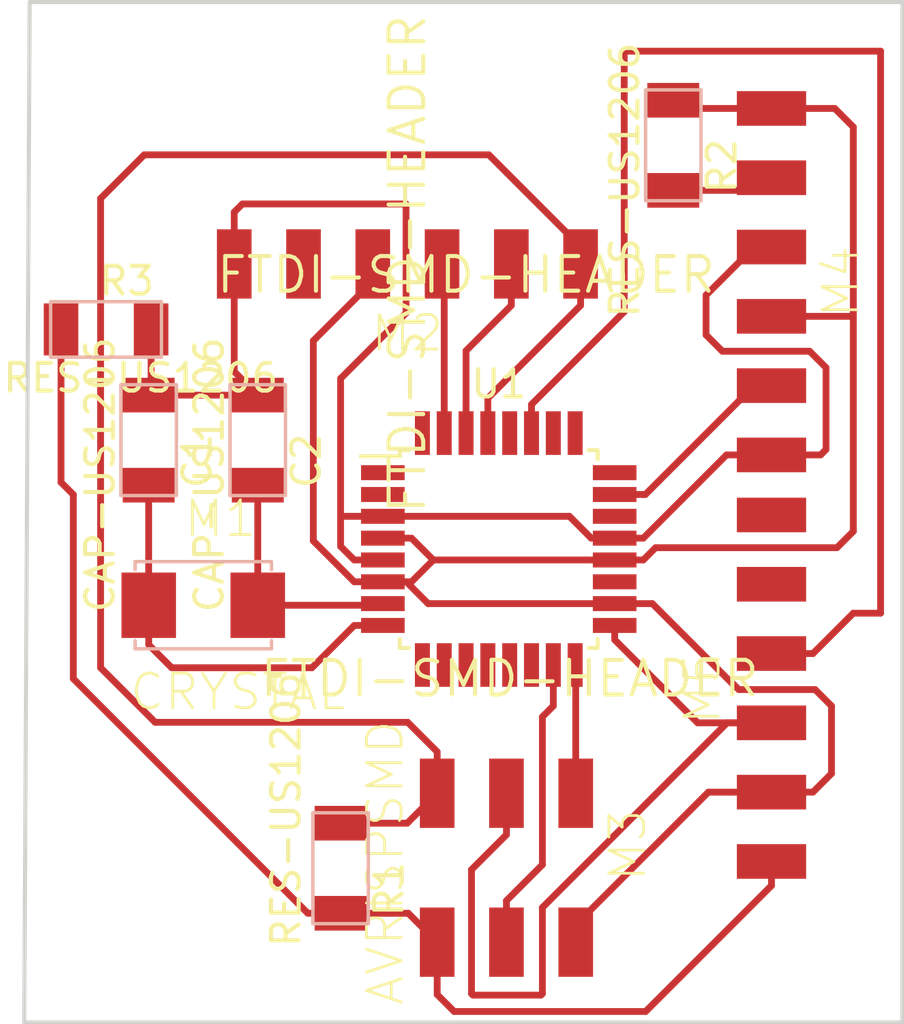
<source format=kicad_pcb>
(kicad_pcb (version 20171130) (host pcbnew "(5.0.2)-1")

  (general
    (thickness 1.6)
    (drawings 4)
    (tracks 153)
    (zones 0)
    (modules 11)
    (nets 32)
  )

  (page A4)
  (layers
    (0 F.Cu signal)
    (31 B.Cu signal)
    (32 B.Adhes user)
    (33 F.Adhes user)
    (34 B.Paste user)
    (35 F.Paste user)
    (36 B.SilkS user)
    (37 F.SilkS user)
    (38 B.Mask user)
    (39 F.Mask user)
    (40 Dwgs.User user)
    (41 Cmts.User user)
    (42 Eco1.User user)
    (43 Eco2.User user)
    (44 Edge.Cuts user)
    (45 Margin user)
    (46 B.CrtYd user)
    (47 F.CrtYd user)
    (48 B.Fab user)
    (49 F.Fab user)
  )

  (setup
    (last_trace_width 0.25)
    (trace_clearance 0.2)
    (zone_clearance 0.508)
    (zone_45_only no)
    (trace_min 0.2)
    (segment_width 0.2)
    (edge_width 0.15)
    (via_size 0.8)
    (via_drill 0.4)
    (via_min_size 0.4)
    (via_min_drill 0.3)
    (uvia_size 0.3)
    (uvia_drill 0.1)
    (uvias_allowed no)
    (uvia_min_size 0.2)
    (uvia_min_drill 0.1)
    (pcb_text_width 0.3)
    (pcb_text_size 1.5 1.5)
    (mod_edge_width 0.15)
    (mod_text_size 1 1)
    (mod_text_width 0.15)
    (pad_size 1.524 1.524)
    (pad_drill 0.762)
    (pad_to_mask_clearance 0.051)
    (solder_mask_min_width 0.25)
    (aux_axis_origin 0 0)
    (visible_elements 7FFFFFFF)
    (pcbplotparams
      (layerselection 0x010fc_ffffffff)
      (usegerberextensions false)
      (usegerberattributes false)
      (usegerberadvancedattributes false)
      (creategerberjobfile false)
      (excludeedgelayer true)
      (linewidth 0.100000)
      (plotframeref false)
      (viasonmask false)
      (mode 1)
      (useauxorigin false)
      (hpglpennumber 1)
      (hpglpenspeed 20)
      (hpglpendiameter 15.000000)
      (psnegative false)
      (psa4output false)
      (plotreference true)
      (plotvalue true)
      (plotinvisibletext false)
      (padsonsilk false)
      (subtractmaskfromsilk false)
      (outputformat 1)
      (mirror false)
      (drillshape 1)
      (scaleselection 1)
      (outputdirectory "C:/Users/Battu007/Desktop/Rajat Sir  Boarf/Board/new/part 2/part3"))
  )

  (net 0 "")
  (net 1 "Net-(U1-Pad1)")
  (net 2 "Net-(U1-Pad2)")
  (net 3 GND)
  (net 4 VCC)
  (net 5 XTAL1)
  (net 6 XTAL2)
  (net 7 "Net-(U1-Pad9)")
  (net 8 "Net-(U1-Pad10)")
  (net 9 "Net-(U1-Pad11)")
  (net 10 "Net-(U1-Pad12)")
  (net 11 "Net-(U1-Pad13)")
  (net 12 "Net-(U1-Pad14)")
  (net 13 MOSI)
  (net 14 MISO)
  (net 15 SCK)
  (net 16 "Net-(U1-Pad19)")
  (net 17 "Net-(U1-Pad22)")
  (net 18 ANA1)
  (net 19 "Net-(U1-Pad24)")
  (net 20 "Net-(U1-Pad25)")
  (net 21 "Net-(U1-Pad26)")
  (net 22 SDA)
  (net 23 "Net-(U1-Pad28)")
  (net 24 RESET)
  (net 25 RXD)
  (net 26 TXD)
  (net 27 "Net-(U1-Pad32)")
  (net 28 "Net-(M2-Pad2)")
  (net 29 "Net-(M4-Pad5)")
  (net 30 "Net-(M5-Pad2)")
  (net 31 "Net-(M5-Pad1)")

  (net_class Default "This is the default net class."
    (clearance 0.2)
    (trace_width 0.25)
    (via_dia 0.8)
    (via_drill 0.4)
    (uvia_dia 0.3)
    (uvia_drill 0.1)
    (add_net ANA1)
    (add_net GND)
    (add_net MISO)
    (add_net MOSI)
    (add_net "Net-(M2-Pad2)")
    (add_net "Net-(M4-Pad5)")
    (add_net "Net-(M5-Pad1)")
    (add_net "Net-(M5-Pad2)")
    (add_net "Net-(U1-Pad1)")
    (add_net "Net-(U1-Pad10)")
    (add_net "Net-(U1-Pad11)")
    (add_net "Net-(U1-Pad12)")
    (add_net "Net-(U1-Pad13)")
    (add_net "Net-(U1-Pad14)")
    (add_net "Net-(U1-Pad19)")
    (add_net "Net-(U1-Pad2)")
    (add_net "Net-(U1-Pad22)")
    (add_net "Net-(U1-Pad24)")
    (add_net "Net-(U1-Pad25)")
    (add_net "Net-(U1-Pad26)")
    (add_net "Net-(U1-Pad28)")
    (add_net "Net-(U1-Pad32)")
    (add_net "Net-(U1-Pad9)")
    (add_net RESET)
    (add_net RXD)
    (add_net SCK)
    (add_net SDA)
    (add_net TXD)
    (add_net VCC)
    (add_net XTAL1)
    (add_net XTAL2)
  )

  (module fab:fab-C1206FAB (layer F.Cu) (tedit 200000) (tstamp 5CB78917)
    (at 97.762555 85.658144 270)
    (path /5CAB3269)
    (attr smd)
    (fp_text reference C1 (at 0.762 -1.778 270) (layer F.SilkS)
      (effects (font (size 1.016 1.016) (thickness 0.1524)))
    )
    (fp_text value CAP-US1206 (at 1.27 1.778 270) (layer F.SilkS)
      (effects (font (size 1.016 1.016) (thickness 0.1524)))
    )
    (fp_line (start -2.032 -1.016) (end 2.032 -1.016) (layer B.SilkS) (width 0.127))
    (fp_line (start 2.032 -1.016) (end 2.032 1.016) (layer B.SilkS) (width 0.127))
    (fp_line (start 2.032 1.016) (end -2.032 1.016) (layer B.SilkS) (width 0.127))
    (fp_line (start -2.032 1.016) (end -2.032 -1.016) (layer B.SilkS) (width 0.127))
    (pad 1 smd rect (at -1.651 0 270) (size 1.27 1.905) (layers F.Cu F.Paste F.Mask)
      (net 3 GND))
    (pad 2 smd rect (at 1.651 0 270) (size 1.27 1.905) (layers F.Cu F.Paste F.Mask)
      (net 6 XTAL2))
  )

  (module fab:fab-C1206FAB (layer F.Cu) (tedit 200000) (tstamp 5CB78921)
    (at 101.762555 85.658144 270)
    (path /5CAB3300)
    (attr smd)
    (fp_text reference C2 (at 0.762 -1.778 270) (layer F.SilkS)
      (effects (font (size 1.016 1.016) (thickness 0.1524)))
    )
    (fp_text value CAP-US1206 (at 1.27 1.778 270) (layer F.SilkS)
      (effects (font (size 1.016 1.016) (thickness 0.1524)))
    )
    (fp_line (start -2.032 1.016) (end -2.032 -1.016) (layer B.SilkS) (width 0.127))
    (fp_line (start 2.032 1.016) (end -2.032 1.016) (layer B.SilkS) (width 0.127))
    (fp_line (start 2.032 -1.016) (end 2.032 1.016) (layer B.SilkS) (width 0.127))
    (fp_line (start -2.032 -1.016) (end 2.032 -1.016) (layer B.SilkS) (width 0.127))
    (pad 2 smd rect (at 1.651 0 270) (size 1.27 1.905) (layers F.Cu F.Paste F.Mask)
      (net 5 XTAL1))
    (pad 1 smd rect (at -1.651 0 270) (size 1.27 1.905) (layers F.Cu F.Paste F.Mask)
      (net 3 GND))
  )

  (module fab:fab-2-SMD-5X3MM (layer F.Cu) (tedit 200000) (tstamp 5CB7892D)
    (at 99.763575 91.709144)
    (path /5CAB31A8)
    (attr smd)
    (fp_text reference M1 (at 0.635 -3.175) (layer F.SilkS)
      (effects (font (size 1.27 1.27) (thickness 0.1016)))
    )
    (fp_text value CRYSTAL (at 1.27 3.175) (layer F.SilkS)
      (effects (font (size 1.27 1.27) (thickness 0.1016)))
    )
    (fp_line (start -2.49936 -1.29794) (end -2.49936 -1.59766) (layer B.SilkS) (width 0.127))
    (fp_line (start -2.49936 -1.59766) (end 2.49936 -1.59766) (layer B.SilkS) (width 0.127))
    (fp_line (start 2.49936 -1.59766) (end 2.49936 -1.29794) (layer B.SilkS) (width 0.127))
    (fp_line (start 2.49936 1.29794) (end 2.49936 1.59766) (layer B.SilkS) (width 0.127))
    (fp_line (start 2.49936 1.59766) (end -2.49936 1.59766) (layer B.SilkS) (width 0.127))
    (fp_line (start -2.49936 1.59766) (end -2.49936 1.29794) (layer B.SilkS) (width 0.127))
    (pad P$1 smd rect (at -1.99898 0) (size 1.99898 2.39776) (layers F.Cu F.Paste F.Mask)
      (net 6 XTAL2))
    (pad P$2 smd rect (at 1.99898 0) (size 1.99898 2.39776) (layers F.Cu F.Paste F.Mask)
      (net 5 XTAL1))
  )

  (module fab:fab-1X06SMD (layer F.Cu) (tedit 200000) (tstamp 5CB78937)
    (at 107.25 79.2 90)
    (path /5CAAF87B)
    (attr smd)
    (fp_text reference M2 (at -2.54 0 180) (layer F.SilkS)
      (effects (font (size 1.27 1.27) (thickness 0.1016)))
    )
    (fp_text value FTDI-SMD-HEADER (at 0 0 90) (layer F.SilkS)
      (effects (font (size 1.27 1.27) (thickness 0.15)))
    )
    (pad 1 smd rect (at 0 -6.35 90) (size 2.54 1.27) (layers F.Cu F.Paste F.Mask)
      (net 3 GND))
    (pad 2 smd rect (at 0 -3.81 90) (size 2.54 1.27) (layers F.Cu F.Paste F.Mask)
      (net 28 "Net-(M2-Pad2)"))
    (pad 3 smd rect (at 0 -1.27 90) (size 2.54 1.27) (layers F.Cu F.Paste F.Mask)
      (net 4 VCC))
    (pad 4 smd rect (at 0 1.27 90) (size 2.54 1.27) (layers F.Cu F.Paste F.Mask)
      (net 26 TXD))
    (pad 5 smd rect (at 0 3.81 90) (size 2.54 1.27) (layers F.Cu F.Paste F.Mask)
      (net 25 RXD))
    (pad 6 smd rect (at 0 6.35 90) (size 2.54 1.27) (layers F.Cu F.Paste F.Mask)
      (net 24 RESET))
  )

  (module fab:fab-2X03SMD (layer F.Cu) (tedit 200000) (tstamp 5CB78941)
    (at 110.88154 101.14 270)
    (path /5CAADFA2)
    (attr smd)
    (fp_text reference M3 (at -0.635 -4.445 270) (layer F.SilkS)
      (effects (font (size 1.27 1.27) (thickness 0.1016)))
    )
    (fp_text value AVRISPSMD (at 0 4.445 270) (layer F.SilkS)
      (effects (font (size 1.27 1.27) (thickness 0.1016)))
    )
    (pad 1 smd rect (at -2.54 -2.54 270) (size 2.54 1.27) (layers F.Cu F.Paste F.Mask)
      (net 14 MISO))
    (pad 2 smd rect (at 2.91846 -2.54 270) (size 2.54 1.27) (layers F.Cu F.Paste F.Mask)
      (net 4 VCC))
    (pad 3 smd rect (at -2.54 0 270) (size 2.54 1.27) (layers F.Cu F.Paste F.Mask)
      (net 15 SCK))
    (pad 4 smd rect (at 2.91846 0 270) (size 2.54 1.27) (layers F.Cu F.Paste F.Mask)
      (net 13 MOSI))
    (pad 5 smd rect (at -2.54 2.54 270) (size 2.54 1.27) (layers F.Cu F.Paste F.Mask)
      (net 24 RESET))
    (pad 6 smd rect (at 2.91846 2.54 270) (size 2.54 1.27) (layers F.Cu F.Paste F.Mask)
      (net 3 GND))
  )

  (module fab:fab-1X06SMD (layer F.Cu) (tedit 200000) (tstamp 5CB7894B)
    (at 120.6 79.85 180)
    (path /5CAB21EE)
    (attr smd)
    (fp_text reference M4 (at -2.54 0 270) (layer F.SilkS)
      (effects (font (size 1.27 1.27) (thickness 0.1016)))
    )
    (fp_text value FTDI-SMD-HEADER (at 11.2 0.25 180) (layer F.SilkS)
      (effects (font (size 1.27 1.27) (thickness 0.15)))
    )
    (pad 6 smd rect (at 0 6.35 180) (size 2.54 1.27) (layers F.Cu F.Paste F.Mask)
      (net 4 VCC))
    (pad 5 smd rect (at 0 3.81 180) (size 2.54 1.27) (layers F.Cu F.Paste F.Mask)
      (net 29 "Net-(M4-Pad5)"))
    (pad 4 smd rect (at 0 1.27 180) (size 2.54 1.27) (layers F.Cu F.Paste F.Mask)
      (net 3 GND))
    (pad 3 smd rect (at 0 -1.27 180) (size 2.54 1.27) (layers F.Cu F.Paste F.Mask)
      (net 4 VCC))
    (pad 2 smd rect (at 0 -3.81 180) (size 2.54 1.27) (layers F.Cu F.Paste F.Mask)
      (net 18 ANA1))
    (pad 1 smd rect (at 0 -6.35 180) (size 2.54 1.27) (layers F.Cu F.Paste F.Mask)
      (net 3 GND))
  )

  (module fab:fab-1X06SMD (layer F.Cu) (tedit 200000) (tstamp 5CB78955)
    (at 120.6 94.75)
    (path /5CAC410C)
    (attr smd)
    (fp_text reference M5 (at -2.54 0 90) (layer F.SilkS)
      (effects (font (size 1.27 1.27) (thickness 0.1016)))
    )
    (fp_text value FTDI-SMD-HEADER (at -9.6 -0.35) (layer F.SilkS)
      (effects (font (size 1.27 1.27) (thickness 0.15)))
    )
    (pad 1 smd rect (at 0 -6.35) (size 2.54 1.27) (layers F.Cu F.Paste F.Mask)
      (net 31 "Net-(M5-Pad1)"))
    (pad 2 smd rect (at 0 -3.81) (size 2.54 1.27) (layers F.Cu F.Paste F.Mask)
      (net 30 "Net-(M5-Pad2)"))
    (pad 3 smd rect (at 0 -1.27) (size 2.54 1.27) (layers F.Cu F.Paste F.Mask)
      (net 22 SDA))
    (pad 4 smd rect (at 0 1.27) (size 2.54 1.27) (layers F.Cu F.Paste F.Mask)
      (net 15 SCK))
    (pad 5 smd rect (at 0 3.81) (size 2.54 1.27) (layers F.Cu F.Paste F.Mask)
      (net 4 VCC))
    (pad 6 smd rect (at 0 6.35) (size 2.54 1.27) (layers F.Cu F.Paste F.Mask)
      (net 3 GND))
  )

  (module fab:fab-R1206FAB (layer F.Cu) (tedit 200000) (tstamp 5CB7895F)
    (at 104.8 101.349 270)
    (path /5CAAD991)
    (attr smd)
    (fp_text reference R1 (at 0.762 -1.778 270) (layer F.SilkS)
      (effects (font (size 1.016 1.016) (thickness 0.1524)))
    )
    (fp_text value RES-US1206 (at -2.149 2 270) (layer F.SilkS)
      (effects (font (size 1.016 1.016) (thickness 0.1524)))
    )
    (fp_line (start -2.032 -1.016) (end 2.032 -1.016) (layer B.SilkS) (width 0.127))
    (fp_line (start 2.032 -1.016) (end 2.032 1.016) (layer B.SilkS) (width 0.127))
    (fp_line (start 2.032 1.016) (end -2.032 1.016) (layer B.SilkS) (width 0.127))
    (fp_line (start -2.032 1.016) (end -2.032 -1.016) (layer B.SilkS) (width 0.127))
    (pad 1 smd rect (at -1.651 0 270) (size 1.27 1.905) (layers F.Cu F.Paste F.Mask)
      (net 24 RESET))
    (pad 2 smd rect (at 1.651 0 270) (size 1.27 1.905) (layers F.Cu F.Paste F.Mask)
      (net 3 GND))
  )

  (module fab:fab-R1206FAB (layer F.Cu) (tedit 200000) (tstamp 5CB78969)
    (at 117 74.851 270)
    (path /5CAB812A)
    (attr smd)
    (fp_text reference R2 (at 0.762 -1.778 270) (layer F.SilkS)
      (effects (font (size 1.016 1.016) (thickness 0.1524)))
    )
    (fp_text value RES-US1206 (at 1.27 1.778 270) (layer F.SilkS)
      (effects (font (size 1.016 1.016) (thickness 0.1524)))
    )
    (fp_line (start -2.032 1.016) (end -2.032 -1.016) (layer B.SilkS) (width 0.127))
    (fp_line (start 2.032 1.016) (end -2.032 1.016) (layer B.SilkS) (width 0.127))
    (fp_line (start 2.032 -1.016) (end 2.032 1.016) (layer B.SilkS) (width 0.127))
    (fp_line (start -2.032 -1.016) (end 2.032 -1.016) (layer B.SilkS) (width 0.127))
    (pad 2 smd rect (at 1.651 0 270) (size 1.27 1.905) (layers F.Cu F.Paste F.Mask)
      (net 29 "Net-(M4-Pad5)"))
    (pad 1 smd rect (at -1.651 0 270) (size 1.27 1.905) (layers F.Cu F.Paste F.Mask)
      (net 4 VCC))
  )

  (module Package_QFP:TQFP-32_7x7mm_P0.8mm (layer F.Cu) (tedit 5A02F146) (tstamp 5CB789A0)
    (at 110.6 89.65)
    (descr "32-Lead Plastic Thin Quad Flatpack (PT) - 7x7x1.0 mm Body, 2.00 mm [TQFP] (see Microchip Packaging Specification 00000049BS.pdf)")
    (tags "QFP 0.8")
    (path /5CAAD0D6)
    (attr smd)
    (fp_text reference U1 (at 0 -6.05) (layer F.SilkS)
      (effects (font (size 1 1) (thickness 0.15)))
    )
    (fp_text value ATmega328P-AU (at 0 6.05) (layer F.Fab)
      (effects (font (size 1 1) (thickness 0.15)))
    )
    (fp_text user %R (at 0 0) (layer F.Fab)
      (effects (font (size 1 1) (thickness 0.15)))
    )
    (fp_line (start -2.5 -3.5) (end 3.5 -3.5) (layer F.Fab) (width 0.15))
    (fp_line (start 3.5 -3.5) (end 3.5 3.5) (layer F.Fab) (width 0.15))
    (fp_line (start 3.5 3.5) (end -3.5 3.5) (layer F.Fab) (width 0.15))
    (fp_line (start -3.5 3.5) (end -3.5 -2.5) (layer F.Fab) (width 0.15))
    (fp_line (start -3.5 -2.5) (end -2.5 -3.5) (layer F.Fab) (width 0.15))
    (fp_line (start -5.3 -5.3) (end -5.3 5.3) (layer F.CrtYd) (width 0.05))
    (fp_line (start 5.3 -5.3) (end 5.3 5.3) (layer F.CrtYd) (width 0.05))
    (fp_line (start -5.3 -5.3) (end 5.3 -5.3) (layer F.CrtYd) (width 0.05))
    (fp_line (start -5.3 5.3) (end 5.3 5.3) (layer F.CrtYd) (width 0.05))
    (fp_line (start -3.625 -3.625) (end -3.625 -3.4) (layer F.SilkS) (width 0.15))
    (fp_line (start 3.625 -3.625) (end 3.625 -3.3) (layer F.SilkS) (width 0.15))
    (fp_line (start 3.625 3.625) (end 3.625 3.3) (layer F.SilkS) (width 0.15))
    (fp_line (start -3.625 3.625) (end -3.625 3.3) (layer F.SilkS) (width 0.15))
    (fp_line (start -3.625 -3.625) (end -3.3 -3.625) (layer F.SilkS) (width 0.15))
    (fp_line (start -3.625 3.625) (end -3.3 3.625) (layer F.SilkS) (width 0.15))
    (fp_line (start 3.625 3.625) (end 3.3 3.625) (layer F.SilkS) (width 0.15))
    (fp_line (start 3.625 -3.625) (end 3.3 -3.625) (layer F.SilkS) (width 0.15))
    (fp_line (start -3.625 -3.4) (end -5.05 -3.4) (layer F.SilkS) (width 0.15))
    (pad 1 smd rect (at -4.25 -2.8) (size 1.6 0.55) (layers F.Cu F.Paste F.Mask)
      (net 1 "Net-(U1-Pad1)"))
    (pad 2 smd rect (at -4.25 -2) (size 1.6 0.55) (layers F.Cu F.Paste F.Mask)
      (net 2 "Net-(U1-Pad2)"))
    (pad 3 smd rect (at -4.25 -1.2) (size 1.6 0.55) (layers F.Cu F.Paste F.Mask)
      (net 3 GND))
    (pad 4 smd rect (at -4.25 -0.4) (size 1.6 0.55) (layers F.Cu F.Paste F.Mask)
      (net 4 VCC))
    (pad 5 smd rect (at -4.25 0.4) (size 1.6 0.55) (layers F.Cu F.Paste F.Mask)
      (net 3 GND))
    (pad 6 smd rect (at -4.25 1.2) (size 1.6 0.55) (layers F.Cu F.Paste F.Mask)
      (net 4 VCC))
    (pad 7 smd rect (at -4.25 2) (size 1.6 0.55) (layers F.Cu F.Paste F.Mask)
      (net 5 XTAL1))
    (pad 8 smd rect (at -4.25 2.8) (size 1.6 0.55) (layers F.Cu F.Paste F.Mask)
      (net 6 XTAL2))
    (pad 9 smd rect (at -2.8 4.25 90) (size 1.6 0.55) (layers F.Cu F.Paste F.Mask)
      (net 7 "Net-(U1-Pad9)"))
    (pad 10 smd rect (at -2 4.25 90) (size 1.6 0.55) (layers F.Cu F.Paste F.Mask)
      (net 8 "Net-(U1-Pad10)"))
    (pad 11 smd rect (at -1.2 4.25 90) (size 1.6 0.55) (layers F.Cu F.Paste F.Mask)
      (net 9 "Net-(U1-Pad11)"))
    (pad 12 smd rect (at -0.4 4.25 90) (size 1.6 0.55) (layers F.Cu F.Paste F.Mask)
      (net 10 "Net-(U1-Pad12)"))
    (pad 13 smd rect (at 0.4 4.25 90) (size 1.6 0.55) (layers F.Cu F.Paste F.Mask)
      (net 11 "Net-(U1-Pad13)"))
    (pad 14 smd rect (at 1.2 4.25 90) (size 1.6 0.55) (layers F.Cu F.Paste F.Mask)
      (net 12 "Net-(U1-Pad14)"))
    (pad 15 smd rect (at 2 4.25 90) (size 1.6 0.55) (layers F.Cu F.Paste F.Mask)
      (net 13 MOSI))
    (pad 16 smd rect (at 2.8 4.25 90) (size 1.6 0.55) (layers F.Cu F.Paste F.Mask)
      (net 14 MISO))
    (pad 17 smd rect (at 4.25 2.8) (size 1.6 0.55) (layers F.Cu F.Paste F.Mask)
      (net 15 SCK))
    (pad 18 smd rect (at 4.25 2) (size 1.6 0.55) (layers F.Cu F.Paste F.Mask)
      (net 4 VCC))
    (pad 19 smd rect (at 4.25 1.2) (size 1.6 0.55) (layers F.Cu F.Paste F.Mask)
      (net 16 "Net-(U1-Pad19)"))
    (pad 20 smd rect (at 4.25 0.4) (size 1.6 0.55) (layers F.Cu F.Paste F.Mask)
      (net 4 VCC))
    (pad 21 smd rect (at 4.25 -0.4) (size 1.6 0.55) (layers F.Cu F.Paste F.Mask)
      (net 3 GND))
    (pad 22 smd rect (at 4.25 -1.2) (size 1.6 0.55) (layers F.Cu F.Paste F.Mask)
      (net 17 "Net-(U1-Pad22)"))
    (pad 23 smd rect (at 4.25 -2) (size 1.6 0.55) (layers F.Cu F.Paste F.Mask)
      (net 18 ANA1))
    (pad 24 smd rect (at 4.25 -2.8) (size 1.6 0.55) (layers F.Cu F.Paste F.Mask)
      (net 19 "Net-(U1-Pad24)"))
    (pad 25 smd rect (at 2.8 -4.25 90) (size 1.6 0.55) (layers F.Cu F.Paste F.Mask)
      (net 20 "Net-(U1-Pad25)"))
    (pad 26 smd rect (at 2 -4.25 90) (size 1.6 0.55) (layers F.Cu F.Paste F.Mask)
      (net 21 "Net-(U1-Pad26)"))
    (pad 27 smd rect (at 1.2 -4.25 90) (size 1.6 0.55) (layers F.Cu F.Paste F.Mask)
      (net 22 SDA))
    (pad 28 smd rect (at 0.4 -4.25 90) (size 1.6 0.55) (layers F.Cu F.Paste F.Mask)
      (net 23 "Net-(U1-Pad28)"))
    (pad 29 smd rect (at -0.4 -4.25 90) (size 1.6 0.55) (layers F.Cu F.Paste F.Mask)
      (net 24 RESET))
    (pad 30 smd rect (at -1.2 -4.25 90) (size 1.6 0.55) (layers F.Cu F.Paste F.Mask)
      (net 25 RXD))
    (pad 31 smd rect (at -2 -4.25 90) (size 1.6 0.55) (layers F.Cu F.Paste F.Mask)
      (net 26 TXD))
    (pad 32 smd rect (at -2.8 -4.25 90) (size 1.6 0.55) (layers F.Cu F.Paste F.Mask)
      (net 27 "Net-(U1-Pad32)"))
    (model ${KISYS3DMOD}/Package_QFP.3dshapes/TQFP-32_7x7mm_P0.8mm.wrl
      (at (xyz 0 0 0))
      (scale (xyz 1 1 1))
      (rotate (xyz 0 0 0))
    )
  )

  (module fab:fab-R1206FAB (layer F.Cu) (tedit 200000) (tstamp 5CB79FBA)
    (at 96.2 81.6)
    (path /5CAD18C9)
    (attr smd)
    (fp_text reference R3 (at 0.762 -1.778) (layer F.SilkS)
      (effects (font (size 1.016 1.016) (thickness 0.1524)))
    )
    (fp_text value RES-US1206 (at 1.27 1.778) (layer F.SilkS)
      (effects (font (size 1.016 1.016) (thickness 0.1524)))
    )
    (fp_line (start -2.032 -1.016) (end 2.032 -1.016) (layer B.SilkS) (width 0.127))
    (fp_line (start 2.032 -1.016) (end 2.032 1.016) (layer B.SilkS) (width 0.127))
    (fp_line (start 2.032 1.016) (end -2.032 1.016) (layer B.SilkS) (width 0.127))
    (fp_line (start -2.032 1.016) (end -2.032 -1.016) (layer B.SilkS) (width 0.127))
    (pad 1 smd rect (at -1.651 0) (size 1.27 1.905) (layers F.Cu F.Paste F.Mask)
      (net 3 GND))
    (pad 2 smd rect (at 1.651 0) (size 1.27 1.905) (layers F.Cu F.Paste F.Mask)
      (net 3 GND))
  )

  (gr_line (start 93.2 107) (end 93.4 69.6) (layer Edge.Cuts) (width 0.15))
  (gr_line (start 125.4 107) (end 93.2 107) (layer Edge.Cuts) (width 0.15))
  (gr_line (start 125.4 69.6) (end 125.4 107) (layer Edge.Cuts) (width 0.15))
  (gr_line (start 93.4 69.6) (end 125.4 69.6) (layer Edge.Cuts) (width 0.15))

  (segment (start 100.9 83.144589) (end 101.762555 84.007144) (width 0.25) (layer F.Cu) (net 3))
  (segment (start 100.9 79.2) (end 100.9 83.144589) (width 0.25) (layer F.Cu) (net 3))
  (segment (start 97.762555 84.007144) (end 101.762555 84.007144) (width 0.25) (layer F.Cu) (net 3))
  (segment (start 107.28308 103) (end 108.34154 104.05846) (width 0.25) (layer F.Cu) (net 3))
  (segment (start 104.8 103) (end 107.28308 103) (width 0.25) (layer F.Cu) (net 3))
  (segment (start 113.989998 89.25) (end 114.85 89.25) (width 0.25) (layer F.Cu) (net 3))
  (segment (start 113.189998 88.45) (end 113.989998 89.25) (width 0.25) (layer F.Cu) (net 3))
  (segment (start 106.35 88.45) (end 113.189998 88.45) (width 0.25) (layer F.Cu) (net 3))
  (segment (start 119.08 86.2) (end 120.6 86.2) (width 0.25) (layer F.Cu) (net 3))
  (segment (start 118.95 86.2) (end 119.08 86.2) (width 0.25) (layer F.Cu) (net 3))
  (segment (start 115.9 89.25) (end 118.95 86.2) (width 0.25) (layer F.Cu) (net 3))
  (segment (start 114.85 89.25) (end 115.9 89.25) (width 0.25) (layer F.Cu) (net 3))
  (segment (start 120.6 86.2) (end 122.12 86.2) (width 0.25) (layer F.Cu) (net 3))
  (segment (start 121.8 82.4) (end 118.8 82.4) (width 0.25) (layer F.Cu) (net 3))
  (segment (start 118.8 82.4) (end 118.2 81.8) (width 0.25) (layer F.Cu) (net 3))
  (segment (start 119.965 78.58) (end 120.6 78.58) (width 0.25) (layer F.Cu) (net 3))
  (segment (start 118.2 80.345) (end 119.965 78.58) (width 0.25) (layer F.Cu) (net 3))
  (segment (start 118.2 81.8) (end 118.2 80.345) (width 0.25) (layer F.Cu) (net 3))
  (segment (start 105.3 90.05) (end 104.8 89.55) (width 0.25) (layer F.Cu) (net 3))
  (segment (start 106.35 90.05) (end 105.3 90.05) (width 0.25) (layer F.Cu) (net 3))
  (segment (start 104.8 83.4) (end 107.2 81) (width 0.25) (layer F.Cu) (net 3))
  (segment (start 107.2 81) (end 107.2 77) (width 0.25) (layer F.Cu) (net 3))
  (segment (start 100.9 77.3) (end 100.9 79.2) (width 0.25) (layer F.Cu) (net 3))
  (segment (start 101.2 77) (end 100.9 77.3) (width 0.25) (layer F.Cu) (net 3))
  (segment (start 107.2 77) (end 101.2 77) (width 0.25) (layer F.Cu) (net 3))
  (segment (start 103.5975 103) (end 95 94.4025) (width 0.25) (layer F.Cu) (net 3))
  (segment (start 104.8 103) (end 103.5975 103) (width 0.25) (layer F.Cu) (net 3))
  (segment (start 95 94.4025) (end 95 87.654699) (width 0.25) (layer F.Cu) (net 3))
  (segment (start 104.85 88.45) (end 104.8 88.4) (width 0.25) (layer F.Cu) (net 3))
  (segment (start 106.35 88.45) (end 104.85 88.45) (width 0.25) (layer F.Cu) (net 3))
  (segment (start 104.8 89.55) (end 104.8 88.4) (width 0.25) (layer F.Cu) (net 3))
  (segment (start 104.8 88.4) (end 104.8 83.4) (width 0.25) (layer F.Cu) (net 3))
  (segment (start 94.549 87.203699) (end 94.549 81.6) (width 0.25) (layer F.Cu) (net 3))
  (segment (start 95 87.654699) (end 94.549 87.203699) (width 0.25) (layer F.Cu) (net 3))
  (segment (start 122.12 86.2) (end 122.4 86.2) (width 0.25) (layer F.Cu) (net 3))
  (segment (start 122.4 86.2) (end 122.6 86) (width 0.25) (layer F.Cu) (net 3))
  (segment (start 122.6 86) (end 122.6 83) (width 0.25) (layer F.Cu) (net 3))
  (segment (start 122 82.4) (end 121.8 82.4) (width 0.25) (layer F.Cu) (net 3))
  (segment (start 122.6 83) (end 122 82.4) (width 0.25) (layer F.Cu) (net 3))
  (segment (start 97.851 83.918699) (end 97.762555 84.007144) (width 0.25) (layer F.Cu) (net 3))
  (segment (start 97.851 81.6) (end 97.851 83.918699) (width 0.25) (layer F.Cu) (net 3))
  (segment (start 108.34154 105.97846) (end 108.34154 104.05846) (width 0.25) (layer F.Cu) (net 3))
  (segment (start 108.96308 106.6) (end 108.34154 105.97846) (width 0.25) (layer F.Cu) (net 3))
  (segment (start 115.985 106.6) (end 108.96308 106.6) (width 0.25) (layer F.Cu) (net 3))
  (segment (start 120.6 101.985) (end 115.985 106.6) (width 0.25) (layer F.Cu) (net 3))
  (segment (start 120.6 101.1) (end 120.6 101.985) (width 0.25) (layer F.Cu) (net 3))
  (segment (start 113.8 90.05) (end 114.85 90.05) (width 0.25) (layer F.Cu) (net 4))
  (segment (start 108.2 90.05) (end 113.8 90.05) (width 0.25) (layer F.Cu) (net 4))
  (segment (start 107.4 89.25) (end 108.2 90.05) (width 0.25) (layer F.Cu) (net 4))
  (segment (start 106.35 89.25) (end 107.4 89.25) (width 0.25) (layer F.Cu) (net 4))
  (segment (start 107.210002 90.85) (end 106.35 90.85) (width 0.25) (layer F.Cu) (net 4))
  (segment (start 108.010002 91.65) (end 107.210002 90.85) (width 0.25) (layer F.Cu) (net 4))
  (segment (start 114.85 91.65) (end 108.010002 91.65) (width 0.25) (layer F.Cu) (net 4))
  (segment (start 107.4 90.85) (end 108.2 90.05) (width 0.25) (layer F.Cu) (net 4))
  (segment (start 106.35 90.85) (end 107.4 90.85) (width 0.25) (layer F.Cu) (net 4))
  (segment (start 119.08 98.56) (end 120.6 98.56) (width 0.25) (layer F.Cu) (net 4))
  (segment (start 118.285 98.56) (end 119.08 98.56) (width 0.25) (layer F.Cu) (net 4))
  (segment (start 113.42154 103.42346) (end 118.285 98.56) (width 0.25) (layer F.Cu) (net 4))
  (segment (start 113.42154 104.05846) (end 113.42154 103.42346) (width 0.25) (layer F.Cu) (net 4))
  (segment (start 105.98 79.835) (end 103.8 82.015) (width 0.25) (layer F.Cu) (net 4))
  (segment (start 105.98 79.2) (end 105.98 79.835) (width 0.25) (layer F.Cu) (net 4))
  (segment (start 105.3 90.85) (end 106.35 90.85) (width 0.25) (layer F.Cu) (net 4))
  (segment (start 103.8 89.35) (end 105.3 90.85) (width 0.25) (layer F.Cu) (net 4))
  (segment (start 103.8 82.015) (end 103.8 89.35) (width 0.25) (layer F.Cu) (net 4))
  (segment (start 122.12 98.56) (end 122.8 97.88) (width 0.25) (layer F.Cu) (net 4))
  (segment (start 120.6 98.56) (end 122.12 98.56) (width 0.25) (layer F.Cu) (net 4))
  (segment (start 117.3 73.5) (end 117 73.2) (width 0.25) (layer F.Cu) (net 4))
  (segment (start 120.6 73.5) (end 117.3 73.5) (width 0.25) (layer F.Cu) (net 4))
  (segment (start 121.235 81.12) (end 120.6 81.12) (width 0.25) (layer F.Cu) (net 4))
  (segment (start 122.2 94.8) (end 122.8 95.4) (width 0.25) (layer F.Cu) (net 4))
  (segment (start 122.8 97.88) (end 122.8 95.4) (width 0.25) (layer F.Cu) (net 4))
  (segment (start 119.2 94.6) (end 119.4 94.8) (width 0.25) (layer F.Cu) (net 4))
  (segment (start 119.18141 94.6) (end 119.2 94.6) (width 0.25) (layer F.Cu) (net 4))
  (segment (start 116.23141 91.65) (end 119.18141 94.6) (width 0.25) (layer F.Cu) (net 4))
  (segment (start 114.85 91.65) (end 116.23141 91.65) (width 0.25) (layer F.Cu) (net 4))
  (segment (start 122.2 94.8) (end 119.4 94.8) (width 0.25) (layer F.Cu) (net 4))
  (segment (start 122.92 73.5) (end 120.6 73.5) (width 0.25) (layer F.Cu) (net 4))
  (segment (start 115.9 90.05) (end 116.35 89.6) (width 0.25) (layer F.Cu) (net 4))
  (segment (start 114.85 90.05) (end 115.9 90.05) (width 0.25) (layer F.Cu) (net 4))
  (segment (start 123 89.6) (end 123.6 89) (width 0.25) (layer F.Cu) (net 4))
  (segment (start 116.35 89.6) (end 123 89.6) (width 0.25) (layer F.Cu) (net 4))
  (segment (start 123.6 74.18) (end 122.92 73.5) (width 0.25) (layer F.Cu) (net 4))
  (segment (start 123.52 81.12) (end 123.6 81.2) (width 0.25) (layer F.Cu) (net 4))
  (segment (start 120.6 81.12) (end 123.52 81.12) (width 0.25) (layer F.Cu) (net 4))
  (segment (start 123.6 89) (end 123.6 81.2) (width 0.25) (layer F.Cu) (net 4))
  (segment (start 123.6 81.2) (end 123.6 74.18) (width 0.25) (layer F.Cu) (net 4))
  (segment (start 106.290856 91.709144) (end 106.35 91.65) (width 0.25) (layer F.Cu) (net 5))
  (segment (start 101.762555 91.709144) (end 106.290856 91.709144) (width 0.25) (layer F.Cu) (net 5))
  (segment (start 101.762555 88.194144) (end 101.762555 91.709144) (width 0.25) (layer F.Cu) (net 5))
  (segment (start 101.762555 87.309144) (end 101.762555 88.194144) (width 0.25) (layer F.Cu) (net 5))
  (segment (start 97.764595 93.158024) (end 98.606571 94) (width 0.25) (layer F.Cu) (net 6))
  (segment (start 97.764595 91.709144) (end 97.764595 93.158024) (width 0.25) (layer F.Cu) (net 6))
  (segment (start 105.3 92.45) (end 106.35 92.45) (width 0.25) (layer F.Cu) (net 6))
  (segment (start 103.75 94) (end 105.3 92.45) (width 0.25) (layer F.Cu) (net 6))
  (segment (start 98.606571 94) (end 103.75 94) (width 0.25) (layer F.Cu) (net 6))
  (segment (start 97.762555 91.707104) (end 97.764595 91.709144) (width 0.25) (layer F.Cu) (net 6))
  (segment (start 97.762555 87.309144) (end 97.762555 91.707104) (width 0.25) (layer F.Cu) (net 6))
  (segment (start 110.88154 102.53846) (end 112.2 101.22) (width 0.25) (layer F.Cu) (net 13))
  (segment (start 110.88154 104.05846) (end 110.88154 102.53846) (width 0.25) (layer F.Cu) (net 13))
  (segment (start 112.2 101.22) (end 112.2 95.8) (width 0.25) (layer F.Cu) (net 13))
  (segment (start 112.6 95.4) (end 112.6 93.9) (width 0.25) (layer F.Cu) (net 13))
  (segment (start 112.2 95.8) (end 112.6 95.4) (width 0.25) (layer F.Cu) (net 13))
  (segment (start 113.42154 93.92154) (end 113.4 93.9) (width 0.25) (layer F.Cu) (net 14))
  (segment (start 113.42154 98.6) (end 113.42154 93.92154) (width 0.25) (layer F.Cu) (net 14))
  (segment (start 120.6 96.02) (end 119.965 96.02) (width 0.25) (layer F.Cu) (net 15))
  (segment (start 114.85 92.975) (end 114.85 92.45) (width 0.25) (layer F.Cu) (net 15))
  (segment (start 117.895 96.02) (end 114.85 92.975) (width 0.25) (layer F.Cu) (net 15))
  (segment (start 120.6 96.02) (end 117.895 96.02) (width 0.25) (layer F.Cu) (net 15))
  (segment (start 110.88154 100.12) (end 110.88154 98.6) (width 0.25) (layer F.Cu) (net 15))
  (segment (start 109.6 101.40154) (end 110.88154 100.12) (width 0.25) (layer F.Cu) (net 15))
  (segment (start 118.969998 96.02) (end 112.2 102.789998) (width 0.25) (layer F.Cu) (net 15))
  (segment (start 120.6 96.02) (end 118.969998 96.02) (width 0.25) (layer F.Cu) (net 15))
  (segment (start 112.2 105.946539) (end 112.146539 106) (width 0.25) (layer F.Cu) (net 15))
  (segment (start 109.6 105.946539) (end 109.6 101.40154) (width 0.25) (layer F.Cu) (net 15))
  (segment (start 112.146539 106) (end 109.653461 106) (width 0.25) (layer F.Cu) (net 15))
  (segment (start 112.2 102.789998) (end 112.2 105.946539) (width 0.25) (layer F.Cu) (net 15))
  (segment (start 109.653461 106) (end 109.6 105.946539) (width 0.25) (layer F.Cu) (net 15))
  (segment (start 115.9 87.65) (end 114.85 87.65) (width 0.25) (layer F.Cu) (net 18))
  (segment (start 115.975 87.65) (end 115.9 87.65) (width 0.25) (layer F.Cu) (net 18))
  (segment (start 119.965 83.66) (end 115.975 87.65) (width 0.25) (layer F.Cu) (net 18))
  (segment (start 120.6 83.66) (end 119.965 83.66) (width 0.25) (layer F.Cu) (net 18))
  (segment (start 120.6 93.48) (end 121.235 93.48) (width 0.25) (layer F.Cu) (net 22))
  (segment (start 122.12 93.48) (end 120.6 93.48) (width 0.25) (layer F.Cu) (net 22))
  (segment (start 123.6 92) (end 122.12 93.48) (width 0.25) (layer F.Cu) (net 22))
  (segment (start 111.8 84.35) (end 115.2 80.95) (width 0.25) (layer F.Cu) (net 22))
  (segment (start 111.8 85.4) (end 111.8 84.35) (width 0.25) (layer F.Cu) (net 22))
  (segment (start 115.2 80.95) (end 115.2 71.4) (width 0.25) (layer F.Cu) (net 22))
  (segment (start 115.2 71.4) (end 124.6 71.4) (width 0.25) (layer F.Cu) (net 22))
  (segment (start 124.6 71.4) (end 124.6 92) (width 0.25) (layer F.Cu) (net 22))
  (segment (start 124.6 92) (end 123.6 92) (width 0.25) (layer F.Cu) (net 22))
  (segment (start 107.24354 99.698) (end 108.34154 98.6) (width 0.25) (layer F.Cu) (net 24))
  (segment (start 104.8 99.698) (end 107.24354 99.698) (width 0.25) (layer F.Cu) (net 24))
  (segment (start 110.2 84.35) (end 110.2 85.4) (width 0.25) (layer F.Cu) (net 24))
  (segment (start 110.2 84.12) (end 110.2 84.35) (width 0.25) (layer F.Cu) (net 24))
  (segment (start 113.6 80.72) (end 110.2 84.12) (width 0.25) (layer F.Cu) (net 24))
  (segment (start 113.6 79.2) (end 113.6 80.72) (width 0.25) (layer F.Cu) (net 24))
  (segment (start 108.34154 97.08) (end 107.26154 96) (width 0.25) (layer F.Cu) (net 24))
  (segment (start 108.34154 98.6) (end 108.34154 97.08) (width 0.25) (layer F.Cu) (net 24))
  (segment (start 107.26154 96) (end 98 96) (width 0.25) (layer F.Cu) (net 24))
  (segment (start 98 96) (end 96 94) (width 0.25) (layer F.Cu) (net 24))
  (segment (start 96 94) (end 96 76.8) (width 0.25) (layer F.Cu) (net 24))
  (segment (start 96 76.8) (end 97.6 75.2) (width 0.25) (layer F.Cu) (net 24))
  (segment (start 113.6 78.565) (end 113.6 79.2) (width 0.25) (layer F.Cu) (net 24))
  (segment (start 110.235 75.2) (end 113.6 78.565) (width 0.25) (layer F.Cu) (net 24))
  (segment (start 97.6 75.2) (end 110.235 75.2) (width 0.25) (layer F.Cu) (net 24))
  (segment (start 109.4 84.35) (end 109.4 85.4) (width 0.25) (layer F.Cu) (net 25))
  (segment (start 109.4 82.38) (end 109.4 84.35) (width 0.25) (layer F.Cu) (net 25))
  (segment (start 111.06 80.72) (end 109.4 82.38) (width 0.25) (layer F.Cu) (net 25))
  (segment (start 111.06 79.2) (end 111.06 80.72) (width 0.25) (layer F.Cu) (net 25))
  (segment (start 108.6 79.28) (end 108.52 79.2) (width 0.25) (layer F.Cu) (net 26))
  (segment (start 108.6 85.4) (end 108.6 79.28) (width 0.25) (layer F.Cu) (net 26))
  (segment (start 120.138 76.502) (end 120.6 76.04) (width 0.25) (layer F.Cu) (net 29))
  (segment (start 117 76.502) (end 120.138 76.502) (width 0.25) (layer F.Cu) (net 29))

)

</source>
